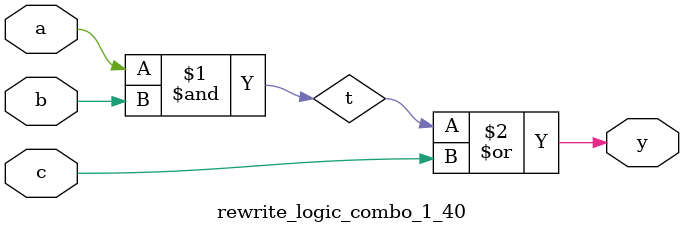
<source format=sv>
module rewrite_logic_combo_1_40(input logic a,b,c, output logic y);
  logic t;
  assign t = a & b;
  assign y = t | c;
endmodule

</source>
